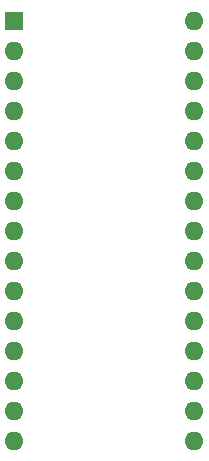
<source format=gbr>
%TF.GenerationSoftware,KiCad,Pcbnew,8.0.3*%
%TF.CreationDate,2024-08-30T12:54:20-04:00*%
%TF.ProjectId,matrix,6d617472-6978-42e6-9b69-6361645f7063,rev?*%
%TF.SameCoordinates,Original*%
%TF.FileFunction,Soldermask,Bot*%
%TF.FilePolarity,Negative*%
%FSLAX46Y46*%
G04 Gerber Fmt 4.6, Leading zero omitted, Abs format (unit mm)*
G04 Created by KiCad (PCBNEW 8.0.3) date 2024-08-30 12:54:20*
%MOMM*%
%LPD*%
G01*
G04 APERTURE LIST*
%ADD10R,1.600000X1.600000*%
%ADD11O,1.600000X1.600000*%
G04 APERTURE END LIST*
D10*
%TO.C,A1*%
X86745000Y-88090000D03*
D11*
X86745000Y-90630000D03*
X86745000Y-93170000D03*
X86745000Y-95710000D03*
X86745000Y-98250000D03*
X86745000Y-100790000D03*
X86745000Y-103330000D03*
X86745000Y-105870000D03*
X86745000Y-108410000D03*
X86745000Y-110950000D03*
X86745000Y-113490000D03*
X86745000Y-116030000D03*
X86745000Y-118570000D03*
X86745000Y-121110000D03*
X86745000Y-123650000D03*
X101985000Y-123650000D03*
X101985000Y-121110000D03*
X101985000Y-118570000D03*
X101985000Y-116030000D03*
X101985000Y-113490000D03*
X101985000Y-110950000D03*
X101985000Y-108410000D03*
X101985000Y-105870000D03*
X101985000Y-103330000D03*
X101985000Y-100790000D03*
X101985000Y-98250000D03*
X101985000Y-95710000D03*
X101985000Y-93170000D03*
X101985000Y-90630000D03*
X101985000Y-88090000D03*
%TD*%
M02*

</source>
